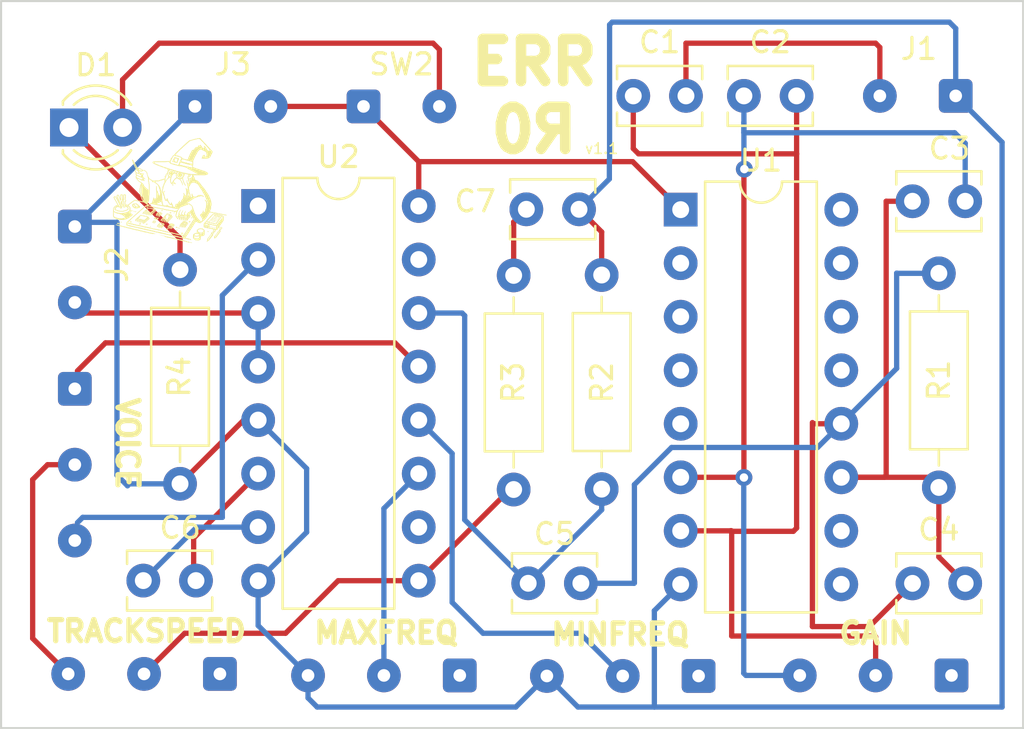
<source format=kicad_pcb>
(kicad_pcb (version 20211014) (generator pcbnew)
  (layers (0 "F.Cu" signal) (31 "B.Cu" signal) (34 "B.Paste" user) (35 "F.Paste" user) (36 "B.SilkS" user "B.Silkscreen") (37 "F.SilkS" user "F.Silkscreen") (38 "B.Mask" user) (39 "F.Mask" user) (44 "Edge.Cuts" user))
  (net 0 "")
  (net 1 "Net-(C2-Pad1)")
  (net 2 "Net-(C3-Pad1)")
  (net 3 "Net-(C4-Pad1)")
  (net 4 "Net-(C5-Pad2)")
  (net 5 "Net-(C6-Pad1)")
  (net 6 "Net-(C7-Pad1)")
  (net 7 "GND")
  (net 8 "Net-(C7-Pad2)")
  (net 10 "Net-(MAXFREQ1-Pad2)")
  (net 12 "Net-(SW1-Pad1)")
  (net 13 "Net-(SW1-Pad2)")
  (net 14 "Net-(SW1-Pad3)")
  (net 19 "+9V")
  (net 21 "Net-(C1-Pad2)")
  (net 22 "Net-(D1-Pad1)")
  (net 23 "/PWR")
  (net 24 "Net-(C1-Pad1)")
  (net 25 "Net-(MINFREQ1-Pad2)")
  (net 26 "Net-(R2-Pad1)")
  (net 27 "Net-(J2-PadT)")
  (footprint "Connector_Wire:SolderWire-0.1sqmm_1x03_P3.6mm_D0.4mm_OD1mm" (layer "F.Cu") (at 86.5 56.9 -90)
    (fp_text reference "SW1" hide)
    (fp_text value "VOICE" hide)
    (pad "1" thru_hole roundrect (at 0 0 270) (size 1.6 1.6) (drill 0.6) (layers *.Cu *.Mask) (roundrect_rratio 0.15625) (net 12 "Net-(SW1-Pad1)"))
    (pad "2" thru_hole circle (at 3.6 0 270) (size 1.6 1.6) (drill 0.6) (layers *.Cu *.Mask) (net 13 "Net-(SW1-Pad2)"))
    (pad "3" thru_hole circle (at 7.2 0 270) (size 1.6 1.6) (drill 0.6) (layers *.Cu *.Mask) (net 14 "Net-(SW1-Pad3)"))
  )
  (footprint "Capacitor_THT:C_Disc_D3.8mm_W2.6mm_P2.50mm" (layer "F.Cu") (at 110.425854 48.381619 180)
    (fp_text reference "C7" (at 4.925854 0.381619) (layer "F.SilkS"))
    (fp_text value "0.1uf")
    (pad "1" thru_hole circle (at 0 0 180) (size 1.6 1.6) (drill 0.8) (layers *.Cu *.Mask) (net 6 "Net-(C7-Pad1)"))
    (pad "2" thru_hole circle (at 2.5 0 180) (size 1.6 1.6) (drill 0.8) (layers *.Cu *.Mask) (net 8 "Net-(C7-Pad2)"))
  )
  (footprint "Resistor_THT:R_Axial_DIN0207_L6.3mm_D2.5mm_P10.16mm_Horizontal" (layer "F.Cu") (at 91.492552 51.247901 -90)
    (fp_text reference "R4" (at 5.08 0.035533 90) (layer "F.SilkS"))
    (fp_text value "1k")
    (pad "1" thru_hole circle (at 0 0 270) (size 1.6 1.6) (drill 0.8) (layers *.Cu *.Mask) (net 22 "Net-(D1-Pad1)"))
    (pad "2" thru_hole oval (at 10.16 0 270) (size 1.6 1.6) (drill 0.8) (layers *.Cu *.Mask) (net 7 "GND"))
  )
  (footprint "Capacitor_THT:C_Disc_D3.8mm_W2.6mm_P2.50mm" (layer "F.Cu") (at 108.013227 66.127946)
    (fp_text reference "C5" (at 1.25 -2.344113) (layer "F.SilkS"))
    (fp_text value "0.1uf")
    (pad "1" thru_hole circle (at 0 0) (size 1.6 1.6) (drill 0.8) (layers *.Cu *.Mask) (net 7 "GND"))
    (pad "2" thru_hole circle (at 2.5 0) (size 1.6 1.6) (drill 0.8) (layers *.Cu *.Mask) (net 4 "Net-(C5-Pad2)"))
  )
  (footprint "Connector_Wire:SolderWire-0.1sqmm_1x02_P3.6mm_D0.4mm_OD1mm" (layer "F.Cu") (at 128.3 43 180)
    (fp_text reference "J1" (at 1.745279 2.230464) (layer "F.SilkS"))
    (fp_text value "AUDIO IN")
    (pad "S" thru_hole roundrect (at 0 0 180) (size 1.6 1.6) (drill 0.6) (layers *.Cu *.Mask) (roundrect_rratio 0.15625) (net 7 "GND"))
    (pad "T" thru_hole circle (at 3.6 0 180) (size 1.6 1.6) (drill 0.6) (layers *.Cu *.Mask) (net 21 "Net-(C1-Pad2)"))
  )
  (footprint "Capacitor_THT:C_Disc_D3.8mm_W2.6mm_P2.50mm" (layer "F.Cu") (at 89.75 66)
    (fp_text reference "C6" (at 1.75 -2.5) (layer "F.SilkS"))
    (fp_text value "0.1uf")
    (pad "1" thru_hole circle (at 0 0) (size 1.6 1.6) (drill 0.8) (layers *.Cu *.Mask) (net 5 "Net-(C6-Pad1)"))
    (pad "2" thru_hole circle (at 2.5 0) (size 1.6 1.6) (drill 0.8) (layers *.Cu *.Mask) (net 3 "Net-(C4-Pad1)"))
  )
  (footprint "Capacitor_THT:C_Disc_D3.8mm_W2.6mm_P2.50mm" (layer "F.Cu") (at 126.25 66.131476)
    (fp_text reference "C4" (at 1.25 -2.55) (layer "F.SilkS"))
    (fp_text value "47pf")
    (pad "1" thru_hole circle (at 0 0) (size 1.6 1.6) (drill 0.8) (layers *.Cu *.Mask) (net 3 "Net-(C4-Pad1)"))
    (pad "2" thru_hole circle (at 2.5 0) (size 1.6 1.6) (drill 0.8) (layers *.Cu *.Mask) (net 2 "Net-(C3-Pad1)"))
  )
  (footprint "Connector_Wire:SolderWire-0.1sqmm_1x03_P3.6mm_D0.4mm_OD1mm" (layer "F.Cu") (at 93.385216 70.427824 180)
    (fp_text reference "TRKSPD1" hide)
    (fp_text value "1M")
    (pad "1" thru_hole roundrect (at 0 0 180) (size 1.6 1.6) (drill 0.6) (layers *.Cu *.Mask) (roundrect_rratio 0.15625))
    (pad "2" thru_hole circle (at 3.6 0 180) (size 1.6 1.6) (drill 0.6) (layers *.Cu *.Mask) (net 26 "Net-(R2-Pad1)"))
    (pad "3" thru_hole circle (at 7.2 0 180) (size 1.6 1.6) (drill 0.6) (layers *.Cu *.Mask) (net 13 "Net-(SW1-Pad2)"))
  )
  (footprint "Capacitor_THT:C_Disc_D3.8mm_W2.6mm_P2.50mm" (layer "F.Cu") (at 113 43)
    (fp_text reference "C1" (at 1.25 -2.55) (layer "F.SilkS"))
    (fp_text value "0.1uf")
    (pad "1" thru_hole circle (at 0 0) (size 1.6 1.6) (drill 0.8) (layers *.Cu *.Mask) (net 24 "Net-(C1-Pad1)"))
    (pad "2" thru_hole circle (at 2.5 0) (size 1.6 1.6) (drill 0.8) (layers *.Cu *.Mask) (net 21 "Net-(C1-Pad2)"))
  )
  (footprint "Package_DIP:DIP-16_W7.62mm" (layer "F.Cu") (at 115.249523 48.398835)
    (fp_text reference "U1" (at 3.81 -2.33) (layer "F.SilkS"))
    (fp_text value "4049")
    (pad "1" thru_hole rect (at 0 0) (size 1.6 1.6) (drill 0.8) (layers *.Cu *.Mask) (net 7 "GND"))
    (pad "2" thru_hole oval (at 0 2.54) (size 1.6 1.6) (drill 0.8) (layers *.Cu *.Mask))
    (pad "3" thru_hole oval (at 0 5.08) (size 1.6 1.6) (drill 0.8) (layers *.Cu *.Mask))
    (pad "4" thru_hole oval (at 0 7.62) (size 1.6 1.6) (drill 0.8) (layers *.Cu *.Mask))
    (pad "5" thru_hole oval (at 0 10.16) (size 1.6 1.6) (drill 0.8) (layers *.Cu *.Mask))
    (pad "6" thru_hole oval (at 0 12.7) (size 1.6 1.6) (drill 0.8) (layers *.Cu *.Mask) (net 1 "Net-(C2-Pad1)"))
    (pad "7" thru_hole oval (at 0 15.24) (size 1.6 1.6) (drill 0.8) (layers *.Cu *.Mask) (net 24 "Net-(C1-Pad1)"))
    (pad "8" thru_hole oval (at 0 17.78) (size 1.6 1.6) (drill 0.8) (layers *.Cu *.Mask) (net 19 "+9V"))
    (pad "9" thru_hole oval (at 7.62 17.78) (size 1.6 1.6) (drill 0.8) (layers *.Cu *.Mask))
    (pad "10" thru_hole oval (at 7.62 15.24) (size 1.6 1.6) (drill 0.8) (layers *.Cu *.Mask))
    (pad "11" thru_hole oval (at 7.62 12.7) (size 1.6 1.6) (drill 0.8) (layers *.Cu *.Mask) (net 2 "Net-(C3-Pad1)"))
    (pad "12" thru_hole oval (at 7.62 10.16) (size 1.6 1.6) (drill 0.8) (layers *.Cu *.Mask) (net 3 "Net-(C4-Pad1)"))
    (pad "13" thru_hole oval (at 7.62 7.62) (size 1.6 1.6) (drill 0.8) (layers *.Cu *.Mask))
    (pad "14" thru_hole oval (at 7.62 5.08) (size 1.6 1.6) (drill 0.8) (layers *.Cu *.Mask))
    (pad "15" thru_hole oval (at 7.62 2.54) (size 1.6 1.6) (drill 0.8) (layers *.Cu *.Mask))
    (pad "16" thru_hole oval (at 7.62 0) (size 1.6 1.6) (drill 0.8) (layers *.Cu *.Mask))
  )
  (footprint "Connector_Wire:SolderWire-0.1sqmm_1x02_P3.6mm_D0.4mm_OD1mm" (layer "F.Cu") (at 92.2 43.5)
    (fp_text reference "J3" (at 1.8 -2) (layer "F.SilkS"))
    (fp_text value "DC IN")
    (pad "1" thru_hole roundrect (at 0 0) (size 1.6 1.6) (drill 0.6) (layers *.Cu *.Mask) (roundrect_rratio 0.15625) (net 7 "GND"))
    (pad "2" thru_hole circle (at 3.6 0) (size 1.6 1.6) (drill 0.6) (layers *.Cu *.Mask) (net 19 "+9V"))
  )
  (footprint "Connector_Wire:SolderWire-0.1sqmm_1x02_P3.6mm_D0.4mm_OD1mm" (layer "F.Cu") (at 100.2 43.5)
    (fp_text reference "SW2" (at 1.8 -2) (layer "F.SilkS"))
    (fp_text value "ON/OFF")
    (pad "1" thru_hole roundrect (at 0 0) (size 1.6 1.6) (drill 0.6) (layers *.Cu *.Mask) (roundrect_rratio 0.15625) (net 19 "+9V"))
    (pad "2" thru_hole circle (at 3.6 0) (size 1.6 1.6) (drill 0.6) (layers *.Cu *.Mask) (net 23 "/PWR"))
  )
  (footprint "Connector_Wire:SolderWire-0.1sqmm_1x03_P3.6mm_D0.4mm_OD1mm" (layer "F.Cu") (at 128.1 70.5 180)
    (fp_text reference "GAIN1" hide)
    (fp_text value "1M")
    (pad "1" thru_hole roundrect (at 0 0 180) (size 1.6 1.6) (drill 0.6) (layers *.Cu *.Mask) (roundrect_rratio 0.15625))
    (pad "2" thru_hole circle (at 3.6 0 180) (size 1.6 1.6) (drill 0.6) (layers *.Cu *.Mask) (net 24 "Net-(C1-Pad1)"))
    (pad "3" thru_hole circle (at 7.2 0 180) (size 1.6 1.6) (drill 0.6) (layers *.Cu *.Mask) (net 1 "Net-(C2-Pad1)"))
  )
  (footprint "Connector_Wire:SolderWire-0.1sqmm_1x03_P3.6mm_D0.4mm_OD1mm" (layer "F.Cu") (at 104.76671 70.5 180)
    (fp_text reference "MAXFREQ1" hide)
    (fp_text value "1M")
    (pad "1" thru_hole roundrect (at 0 0 180) (size 1.6 1.6) (drill 0.6) (layers *.Cu *.Mask) (roundrect_rratio 0.15625))
    (pad "2" thru_hole circle (at 3.6 0 180) (size 1.6 1.6) (drill 0.6) (layers *.Cu *.Mask) (net 10 "Net-(MAXFREQ1-Pad2)"))
    (pad "3" thru_hole circle (at 7.2 0 180) (size 1.6 1.6) (drill 0.6) (layers *.Cu *.Mask) (net 7 "GND"))
  )
  (footprint "Capacitor_THT:C_Disc_D3.8mm_W2.6mm_P2.50mm" (layer "F.Cu") (at 118.25 43)
    (fp_text reference "C2" (at 1.25 -2.55) (layer "F.SilkS"))
    (fp_text value "47pf")
    (pad "1" thru_hole circle (at 0 0) (size 1.6 1.6) (drill 0.8) (layers *.Cu *.Mask) (net 1 "Net-(C2-Pad1)"))
    (pad "2" thru_hole circle (at 2.5 0) (size 1.6 1.6) (drill 0.8) (layers *.Cu *.Mask) (net 24 "Net-(C1-Pad1)"))
  )
  (footprint "Resistor_THT:R_Axial_DIN0207_L6.3mm_D2.5mm_P10.16mm_Horizontal" (layer "F.Cu") (at 111.5 51.5 -90)
    (fp_text reference "R2" (at 5.101634 -0.010817 90) (layer "F.SilkS"))
    (fp_text value "100K")
    (pad "1" thru_hole circle (at 0 0 270) (size 1.6 1.6) (drill 0.8) (layers *.Cu *.Mask) (net 26 "Net-(R2-Pad1)"))
    (pad "2" thru_hole oval (at 10.16 0 270) (size 1.6 1.6) (drill 0.8) (layers *.Cu *.Mask) (net 4 "Net-(C5-Pad2)"))
  )
  (footprint "images:wizard_small" (layer "F.Cu") (at 91 47.5)
    (fp_text reference "G***" hide)
    (fp_text value "LOGO" hide)
  )
  (footprint "Connector_Wire:SolderWire-0.1sqmm_1x02_P3.6mm_D0.4mm_OD1mm" (layer "F.Cu") (at 86.5 49.2 -90)
    (fp_text reference "J2" (at 1.8 -2 90) (layer "F.SilkS"))
    (fp_text value "Audio Out")
    (pad "S" thru_hole roundrect (at 0 0 270) (size 1.6 1.6) (drill 0.6) (layers *.Cu *.Mask) (roundrect_rratio 0.15625) (net 7 "GND"))
    (pad "T" thru_hole circle (at 3.6 0 270) (size 1.6 1.6) (drill 0.6) (layers *.Cu *.Mask) (net 27 "Net-(J2-PadT)"))
  )
  (footprint "Resistor_THT:R_Axial_DIN0207_L6.3mm_D2.5mm_P10.16mm_Horizontal" (layer "F.Cu") (at 127.5 51.42 -90)
    (fp_text reference "R1" (at 5.08 0.002177 90) (layer "F.SilkS"))
    (fp_text value "100K")
    (pad "1" thru_hole circle (at 0 0 270) (size 1.6 1.6) (drill 0.8) (layers *.Cu *.Mask) (net 3 "Net-(C4-Pad1)"))
    (pad "2" thru_hole oval (at 10.16 0 270) (size 1.6 1.6) (drill 0.8) (layers *.Cu *.Mask) (net 2 "Net-(C3-Pad1)"))
  )
  (footprint "Package_DIP:DIP-16_W7.62mm" (layer "F.Cu") (at 95.2 48.224469)
    (fp_text reference "U2" (at 3.81 -2.33) (layer "F.SilkS"))
    (fp_text value "4046")
    (pad "1" thru_hole rect (at 0 0) (size 1.6 1.6) (drill 0.8) (layers *.Cu *.Mask))
    (pad "2" thru_hole oval (at 0 2.54) (size 1.6 1.6) (drill 0.8) (layers *.Cu *.Mask) (net 14 "Net-(SW1-Pad3)"))
    (pad "3" thru_hole oval (at 0 5.08) (size 1.6 1.6) (drill 0.8) (layers *.Cu *.Mask) (net 27 "Net-(J2-PadT)"))
    (pad "4" thru_hole oval (at 0 7.62) (size 1.6 1.6) (drill 0.8) (layers *.Cu *.Mask) (net 27 "Net-(J2-PadT)"))
    (pad "5" thru_hole oval (at 0 10.16) (size 1.6 1.6) (drill 0.8) (layers *.Cu *.Mask) (net 7 "GND"))
    (pad "6" thru_hole oval (at 0 12.7) (size 1.6 1.6) (drill 0.8) (layers *.Cu *.Mask) (net 8 "Net-(C7-Pad2)"))
    (pad "7" thru_hole oval (at 0 15.24) (size 1.6 1.6) (drill 0.8) (layers *.Cu *.Mask) (net 6 "Net-(C7-Pad1)"))
    (pad "8" thru_hole oval (at 0 17.78) (size 1.6 1.6) (drill 0.8) (layers *.Cu *.Mask) (net 7 "GND"))
    (pad "9" thru_hole oval (at 7.62 17.78) (size 1.6 1.6) (drill 0.8) (layers *.Cu *.Mask) (net 26 "Net-(R2-Pad1)"))
    (pad "10" thru_hole oval (at 7.62 15.24) (size 1.6 1.6) (drill 0.8) (layers *.Cu *.Mask))
    (pad "11" thru_hole oval (at 7.62 12.7) (size 1.6 1.6) (drill 0.8) (layers *.Cu *.Mask) (net 10 "Net-(MAXFREQ1-Pad2)"))
    (pad "12" thru_hole oval (at 7.62 10.16) (size 1.6 1.6) (drill 0.8) (layers *.Cu *.Mask) (net 25 "Net-(MINFREQ1-Pad2)"))
    (pad "13" thru_hole oval (at 7.62 7.62) (size 1.6 1.6) (drill 0.8) (layers *.Cu *.Mask) (net 12 "Net-(SW1-Pad1)"))
    (pad "14" thru_hole oval (at 7.62 5.08) (size 1.6 1.6) (drill 0.8) (layers *.Cu *.Mask) (net 5 "Net-(C6-Pad1)"))
    (pad "15" thru_hole oval (at 7.62 2.54) (size 1.6 1.6) (drill 0.8) (layers *.Cu *.Mask))
    (pad "16" thru_hole oval (at 7.62 0) (size 1.6 1.6) (drill 0.8) (layers *.Cu *.Mask) (net 19 "+9V"))
  )
  (footprint "Capacitor_THT:C_Disc_D3.8mm_W2.6mm_P2.50mm" (layer "F.Cu") (at 126.25 48)
    (fp_text reference "C3" (at 1.75 -2.5) (layer "F.SilkS"))
    (fp_text value "0.1uf")
    (pad "1" thru_hole circle (at 0 0) (size 1.6 1.6) (drill 0.8) (layers *.Cu *.Mask) (net 2 "Net-(C3-Pad1)"))
    (pad "2" thru_hole circle (at 2.5 0) (size 1.6 1.6) (drill 0.8) (layers *.Cu *.Mask) (net 1 "Net-(C2-Pad1)"))
  )
  (footprint "LED_THT:LED_D3.0mm" (layer "F.Cu") (at 86.225 44.5)
    (fp_text reference "D1" (at 1.27 -2.96) (layer "F.SilkS"))
    (fp_text value "LED")
    (pad "1" thru_hole rect (at 0 0) (size 1.8 1.8) (drill 0.9) (layers *.Cu *.Mask) (net 22 "Net-(D1-Pad1)"))
    (pad "2" thru_hole circle (at 2.54 0) (size 1.8 1.8) (drill 0.9) (layers *.Cu *.Mask) (net 23 "/PWR"))
  )
  (footprint "Connector_Wire:SolderWire-0.1sqmm_1x03_P3.6mm_D0.4mm_OD1mm" (layer "F.Cu") (at 116.099485 70.525378 180)
    (fp_text reference "MINFREQ1" hide)
    (fp_text value "1M")
    (pad "1" thru_hole roundrect (at 0 0 180) (size 1.6 1.6) (drill 0.6) (layers *.Cu *.Mask) (roundrect_rratio 0.15625))
    (pad "2" thru_hole circle (at 3.6 0 180) (size 1.6 1.6) (drill 0.6) (layers *.Cu *.Mask) (net 25 "Net-(MINFREQ1-Pad2)"))
    (pad "3" thru_hole circle (at 7.2 0 180) (size 1.6 1.6) (drill 0.6) (layers *.Cu *.Mask) (net 7 "GND"))
  )
  (footprint "Resistor_THT:R_Axial_DIN0207_L6.3mm_D2.5mm_P10.16mm_Horizontal" (layer "F.Cu") (at 107.324339 61.678326 90)
    (fp_text reference "R3" (at 5.08 -0.027692 90) (layer "F.SilkS"))
    (fp_text value "100K")
    (pad "1" thru_hole circle (at 0 0 90) (size 1.6 1.6) (drill 0.8) (layers *.Cu *.Mask) (net 7 "GND"))
    (pad "2" thru_hole oval (at 10.16 0 90) (size 1.6 1.6) (drill 0.8) (layers *.Cu *.Mask) (net 5 "Net-(C6-Pad1)"))
  )
  (gr_rect (start 83 38.5) (end 131.5 73) (layer "Edge.Cuts") (width 0.1) (fill none))
  (gr_text "VOICE" (at 89 59.5 270) (layer "F.SilkS") (effects (font (size 1 1) (thickness 0.25))))
  (gr_text "ERR\n0Я" (at 108.292454 43.008884) (layer "F.SilkS") (effects (font (size 2 2) (thickness 0.5))))
  (gr_text "v1.1" (at 111.5 45.5) (layer "F.SilkS") (effects (font (size 0.5 0.5) (thickness 0.075))))
  (gr_text "MAXFREQ" (at 101.277386 68.479998) (layer "F.SilkS") (effects (font (size 1 1) (thickness 0.25))))
  (gr_text "MINFREQ" (at 112.386053 68.559216) (layer "F.SilkS") (effects (font (size 1 1) (thickness 0.25))))
  (gr_text "GAIN" (at 124.5 68.5) (layer "F.SilkS") (effects (font (size 1 1) (thickness 0.25))))
  (gr_text "TRACKSPEED\n" (at 89.902085 68.402085) (layer "F.SilkS") (effects (font (size 1 1) (thickness 0.25))))
  (segment (start 115.249523 61.098835) (end 118.23932 61.098835) (width 0.25) (layer "F.Cu") (net 1))
  (segment (start 118.25 46.493602) (end 118.269102 46.4745) (width 0.25) (layer "F.Cu") (net 1))
  (segment (start 118.25 61.109515) (end 118.25 46.493602) (width 0.25) (layer "F.Cu") (net 1))
  (segment (start 118.23932 61.098835) (end 118.25 61.109515) (width 0.25) (layer "F.Cu") (net 1))
  (via (at 118.25 61.109515) (size 0.8) (drill 0.4) (layers "F.Cu" "B.Cu") (net 1))
  (via (at 118.269102 46.4745) (size 0.8) (drill 0.4) (layers "F.Cu" "B.Cu") (net 1))
  (segment (start 128.25 44.75) (end 118.25 44.75) (width 0.25) (layer "B.Cu") (net 1))
  (segment (start 118.25 43) (end 118.25 44.25) (width 0.25) (layer "B.Cu") (net 1))
  (segment (start 118.241985 61.11753) (end 118.241985 70.39658) (width 0.25) (layer "B.Cu") (net 1))
  (segment (start 118.25 46.455398) (end 118.25 44.25) (width 0.25) (layer "B.Cu") (net 1))
  (segment (start 118.269102 46.4745) (end 118.25 46.455398) (width 0.25) (layer "B.Cu") (net 1))
  (segment (start 128.75 48) (end 128.75 45.25) (width 0.25) (layer "B.Cu") (net 1))
  (segment (start 128.75 45.25) (end 128.25 44.75) (width 0.25) (layer "B.Cu") (net 1))
  (segment (start 118.345405 70.5) (end 120.9 70.5) (width 0.25) (layer "B.Cu") (net 1))
  (segment (start 118.25 44.25) (end 118.25 44.75) (width 0.25) (layer "B.Cu") (net 1))
  (segment (start 118.241985 70.39658) (end 118.345405 70.5) (width 0.25) (layer "B.Cu") (net 1))
  (segment (start 124.901165 61.098835) (end 122.869523 61.098835) (width 0.25) (layer "F.Cu") (net 2))
  (segment (start 127.5 64.881476) (end 128.75 66.131476) (width 0.25) (layer "F.Cu") (net 2))
  (segment (start 126.25 48) (end 125 48) (width 0.25) (layer "F.Cu") (net 2))
  (segment (start 127.018835 61.098835) (end 127.5 61.58) (width 0.25) (layer "F.Cu") (net 2))
  (segment (start 125 48) (end 125 61) (width 0.25) (layer "F.Cu") (net 2))
  (segment (start 125 61) (end 124.901165 61.098835) (width 0.25) (layer "F.Cu") (net 2))
  (segment (start 127.5 61.58) (end 127.5 64.881476) (width 0.25) (layer "F.Cu") (net 2))
  (segment (start 122.869523 61.098835) (end 127.018835 61.098835) (width 0.25) (layer "F.Cu") (net 2))
  (segment (start 124.200669 68.180807) (end 121.5 68.180807) (width 0.25) (layer "F.Cu") (net 3))
  (segment (start 121.558835 58.558835) (end 122.869523 58.558835) (width 0.25) (layer "F.Cu") (net 3))
  (segment (start 121.5 68.180807) (end 121.5 58.5) (width 0.25) (layer "F.Cu") (net 3))
  (segment (start 126.25 66.131476) (end 124.200669 68.180807) (width 0.25) (layer "F.Cu") (net 3))
  (segment (start 125.497204 55.931154) (end 125.497204 51.412829) (width 0.25) (layer "B.Cu") (net 3))
  (segment (start 125.497204 51.412829) (end 125.504375 51.42) (width 0.25) (layer "B.Cu") (net 3))
  (segment (start 122.869523 58.558835) (end 125.497204 55.931154) (width 0.25) (layer "B.Cu") (net 3))
  (segment (start 113.036628 66.127946) (end 110.513227 66.127946) (width 0.25) (layer "B.Cu") (net 3))
  (segment (start 121.745012 59.683346) (end 114.816654 59.683346) (width 0.25) (layer "B.Cu") (net 3))
  (segment (start 125.504375 51.42) (end 127.5 51.42) (width 0.25) (layer "B.Cu") (net 3))
  (segment (start 113.053723 66.110851) (end 113.036628 66.127946) (width 0.25) (layer "B.Cu") (net 3))
  (segment (start 114.816654 59.683346) (end 113.053723 61.446277) (width 0.25) (layer "B.Cu") (net 3))
  (segment (start 113.053723 61.446277) (end 113.053723 66.110851) (width 0.25) (layer "B.Cu") (net 3))
  (segment (start 122.869523 58.558835) (end 121.745012 59.683346) (width 0.25) (layer "B.Cu") (net 3))
  (segment (start 105 63.114719) (end 105 53.427527) (width 0.25) (layer "B.Cu") (net 5))
  (segment (start 108.013227 66.127946) (end 105 63.114719) (width 0.25) (layer "B.Cu") (net 5))
  (segment (start 108.013227 66.127946) (end 111.5 62.641173) (width 0.25) (layer "B.Cu") (net 5))
  (segment (start 111.5 62.641173) (end 111.5 61.66) (width 0.25) (layer "B.Cu") (net 5))
  (segment (start 105 53.427527) (end 104.876942 53.304469) (width 0.25) (layer "B.Cu") (net 5))
  (segment (start 104.876942 53.304469) (end 102.82 53.304469) (width 0.25) (layer "B.Cu") (net 5))
  (segment (start 95.2 63.464469) (end 92.285531 63.464469) (width 0.25) (layer "B.Cu") (net 6))
  (segment (start 92.285531 63.464469) (end 89.75 66) (width 0.25) (layer "B.Cu") (net 6))
  (segment (start 94.515984 58.384469) (end 95.2 58.384469) (width 0.25) (layer "F.Cu") (net 7))
  (segment (start 111.5 51.5) (end 111.5 49.455765) (width 0.25) (layer "F.Cu") (net 7))
  (segment (start 111.5 49.455765) (end 110.425854 48.381619) (width 0.25) (layer "F.Cu") (net 7))
  (segment (start 91.492552 61.407901) (end 94.515984 58.384469) (width 0.25) (layer "F.Cu") (net 7))
  (segment (start 89.092099 61.407901) (end 89 61.5) (width 0.25) (layer "B.Cu") (net 7))
  (segment (start 88.5 49) (end 86.7 49) (width 0.25) (layer "B.Cu") (net 7))
  (segment (start 95.2 66.004469) (end 95.2 68.13329) (width 0.25) (layer "B.Cu") (net 7))
  (segment (start 130.5 45.2) (end 128.3 43) (width 0.25) (layer "B.Cu") (net 7))
  (segment (start 98 72) (end 107.424863 72) (width 0.25) (layer "B.Cu") (net 7))
  (segment (start 115.249523 66.178835) (end 114 67.428358) (width 0.25) (layer "B.Cu") (net 7))
  (segment (start 86.7 49) (end 86.5 49.2) (width 0.25) (layer "B.Cu") (net 7))
  (segment (start 97.56671 71.56671) (end 98 72) (width 0.25) (layer "B.Cu") (net 7))
  (segment (start 128.3 39.8) (end 128 39.5) (width 0.25) (layer "B.Cu") (net 7))
  (segment (start 88.5 61) (end 88.5 49) (width 0.25) (layer "B.Cu") (net 7))
  (segment (start 107.424863 72) (end 108.899485 70.525378) (width 0.25) (layer "B.Cu") (net 7))
  (segment (start 92.2 43.5) (end 86.5 49.2) (width 0.25) (layer "B.Cu") (net 7))
  (segment (start 108.899485 70.525378) (end 110.374107 72) (width 0.25) (layer "B.Cu") (net 7))
  (segment (start 111.865172 46.082686) (end 111.865172 46.942301) (width 0.25) (layer "B.Cu") (net 7))
  (segment (start 97.5 60.684469) (end 95.2 58.384469) (width 0.25) (layer "B.Cu") (net 7))
  (segment (start 114 67.428358) (end 114 72) (width 0.25) (layer "B.Cu") (net 7))
  (segment (start 128 39.5) (end 112 39.5) (width 0.25) (layer "B.Cu") (net 7))
  (segment (start 95.2 66.004469) (end 97.5 63.704469) (width 0.25) (layer "B.Cu") (net 7))
  (segment (start 89 61.5) (end 88.5 61) (width 0.25) (layer "B.Cu") (net 7))
  (segment (start 130.5 72) (end 130.5 45.2) (width 0.25) (layer "B.Cu") (net 7))
  (segment (start 91.492552 61.407901) (end 89.092099 61.407901) (width 0.25) (layer "B.Cu") (net 7))
  (segment (start 111.865172 46.942301) (end 110.425854 48.381619) (width 0.25) (layer "B.Cu") (net 7))
  (segment (start 111.875489 46.072369) (end 111.865172 46.082686) (width 0.25) (layer "B.Cu") (net 7))
  (segment (start 114 72) (end 130.5 72) (width 0.25) (layer "B.Cu") (net 7))
  (segment (start 112 39.5) (end 111.875489 39.624511) (width 0.25) (layer "B.Cu") (net 7))
  (segment (start 110.374107 72) (end 114 72) (width 0.25) (layer "B.Cu") (net 7))
  (segment (start 111.875489 39.624511) (end 111.875489 46.072369) (width 0.25) (layer "B.Cu") (net 7))
  (segment (start 128.3 43) (end 128.3 39.8) (width 0.25) (layer "B.Cu") (net 7))
  (segment (start 95.2 68.13329) (end 97.56671 70.5) (width 0.25) (layer "B.Cu") (net 7))
  (segment (start 97.56671 70.5) (end 97.56671 71.56671) (width 0.25) (layer "B.Cu") (net 7))
  (segment (start 97.5 63.704469) (end 97.5 60.684469) (width 0.25) (layer "B.Cu") (net 7))
  (segment (start 107.324339 51.518326) (end 107.324339 48.983134) (width 0.25) (layer "F.Cu") (net 8))
  (segment (start 107.324339 48.983134) (end 107.925854 48.381619) (width 0.25) (layer "F.Cu") (net 8))
  (segment (start 92.139375 63.985094) (end 92.139375 65.889376) (width 0.25) (layer "F.Cu") (net 8))
  (segment (start 95.2 60.924469) (end 92.139375 63.985094) (width 0.25) (layer "F.Cu") (net 8))
  (segment (start 102.82 60.924469) (end 101.16671 62.577759) (width 0.25) (layer "B.Cu") (net 10))
  (segment (start 101.16671 62.577759) (end 101.16671 70.5) (width 0.25) (layer "B.Cu") (net 10))
  (segment (start 101.695489 54.719958) (end 87.955173 54.719958) (width 0.25) (layer "F.Cu") (net 12))
  (segment (start 102.82 55.844469) (end 101.695489 54.719958) (width 0.25) (layer "F.Cu") (net 12))
  (segment (start 87.955173 54.719958) (end 86.623305 56.051826) (width 0.25) (layer "F.Cu") (net 12))
  (segment (start 84.5 68.742608) (end 86.185216 70.427824) (width 0.25) (layer "F.Cu") (net 13))
  (segment (start 85.208172 60.5) (end 84.5 61.208172) (width 0.25) (layer "F.Cu") (net 13))
  (segment (start 86.5 60.5) (end 85.208172 60.5) (width 0.25) (layer "F.Cu") (net 13))
  (segment (start 84.5 61.208172) (end 84.5 68.742608) (width 0.25) (layer "F.Cu") (net 13))
  (segment (start 86.875131 63) (end 86.623305 63.251826) (width 0.25) (layer "B.Cu") (net 14))
  (segment (start 93.5 52.464469) (end 93.5 63) (width 0.25) (layer "B.Cu") (net 14))
  (segment (start 95.2 50.764469) (end 93.5 52.464469) (width 0.25) (layer "B.Cu") (net 14))
  (segment (start 93.5 63) (end 86.875131 63) (width 0.25) (layer "B.Cu") (net 14))
  (segment (start 112.970688 46.12) (end 102.82 46.12) (width 0.25) (layer "F.Cu") (net 19))
  (segment (start 100.2 43.5) (end 95.8 43.5) (width 0.25) (layer "F.Cu") (net 19))
  (segment (start 102.82 46.12) (end 100.2 43.5) (width 0.25) (layer "F.Cu") (net 19))
  (segment (start 102.82 48.224469) (end 102.82 46.12) (width 0.25) (layer "F.Cu") (net 19))
  (segment (start 115.249523 48.398835) (end 112.970688 46.12) (width 0.25) (layer "F.Cu") (net 19))
  (segment (start 124.7 43) (end 124.7 40.7) (width 0.25) (layer "F.Cu") (net 21))
  (segment (start 124.5 40.5) (end 115.5 40.5) (width 0.25) (layer "F.Cu") (net 21))
  (segment (start 124.7 40.7) (end 124.5 40.5) (width 0.25) (layer "F.Cu") (net 21))
  (segment (start 115.5 40.5) (end 115.5 43) (width 0.25) (layer "F.Cu") (net 21))
  (segment (start 91.492552 49.767552) (end 86.225 44.5) (width 0.25) (layer "F.Cu") (net 22))
  (segment (start 91.492552 51.247901) (end 91.492552 49.767552) (width 0.25) (layer "F.Cu") (net 22))
  (segment (start 88.765 44.5) (end 88.765 42.235) (width 0.25) (layer "F.Cu") (net 23))
  (segment (start 103.5 40.5) (end 103.8 40.8) (width 0.25) (layer "F.Cu") (net 23))
  (segment (start 88.765 42.235) (end 90.5 40.5) (width 0.25) (layer "F.Cu") (net 23))
  (segment (start 103.8 40.8) (end 103.8 43.5) (width 0.25) (layer "F.Cu") (net 23))
  (segment (start 90.5 40.5) (end 103.5 40.5) (width 0.25) (layer "F.Cu") (net 23))
  (segment (start 124.461188 68.630327) (end 124.5 68.669139) (width 0.25) (layer "F.Cu") (net 24))
  (segment (start 120.75 45.75) (end 120.75 63.506505) (width 0.25) (layer "F.Cu") (net 24))
  (segment (start 120.75 43) (end 120.75 45.75) (width 0.25) (layer "F.Cu") (net 24))
  (segment (start 113 43) (end 113 45.5) (width 0.25) (layer "F.Cu") (net 24))
  (segment (start 117.669818 63.654964) (end 117.669818 68.630327) (width 0.25) (layer "F.Cu") (net 24))
  (segment (start 117.644942 63.630088) (end 117.669818 63.654964) (width 0.25) (layer "F.Cu") (net 24))
  (segment (start 120.75 63.506505) (end 120.594835 63.66167) (width 0.25) (layer "F.Cu") (net 24))
  (segment (start 120.594835 63.66167) (end 117.676524 63.66167) (width 0.25) (layer "F.Cu") (net 24))
  (segment (start 115.249523 63.638835) (end 117.636195 63.638835) (width 0.25) (layer "F.Cu") (net 24))
  (segment (start 117.636195 63.638835) (end 117.644942 63.630088) (width 0.25) (layer "F.Cu") (net 24))
  (segment (start 124.5 68.669139) (end 124.5 70.5) (width 0.25) (layer "F.Cu") (net 24))
  (segment (start 117.676524 63.66167) (end 117.669818 63.654964) (width 0.25) (layer "F.Cu") (net 24))
  (segment (start 117.669818 68.630327) (end 124.461188 68.630327) (width 0.25) (layer "F.Cu") (net 24))
  (segment (start 113.25 45.75) (end 120.75 45.75) (width 0.25) (layer "F.Cu") (net 24))
  (segment (start 113 45.5) (end 113.25 45.75) (width 0.25) (layer "F.Cu") (net 24))
  (segment (start 104.404482 67.033344) (end 105.871138 68.5) (width 0.25) (layer "B.Cu") (net 25))
  (segment (start 102.82 58.384469) (end 104.404482 59.968951) (width 0.25) (layer "B.Cu") (net 25))
  (segment (start 105.871138 68.5) (end 110.474107 68.5) (width 0.25) (layer "B.Cu") (net 25))
  (segment (start 110.474107 68.5) (end 112.499485 70.525378) (width 0.25) (layer "B.Cu") (net 25))
  (segment (start 104.404482 59.968951) (end 104.404482 67.033344) (width 0.25) (layer "B.Cu") (net 25))
  (segment (start 91.71304 68.5) (end 89.785216 70.427824) (width 0.25) (layer "F.Cu") (net 26))
  (segment (start 102.82 66.004469) (end 107.146143 61.678326) (width 0.25) (layer "F.Cu") (net 26))
  (segment (start 98.995531 66.004469) (end 96.5 68.5) (width 0.25) (layer "F.Cu") (net 26))
  (segment (start 102.82 66.004469) (end 98.995531 66.004469) (width 0.25) (layer "F.Cu") (net 26))
  (segment (start 96.5 68.5) (end 91.71304 68.5) (width 0.25) (layer "F.Cu") (net 26))
  (segment (start 107.146143 61.678326) (end 107.324339 61.678326) (width 0.25) (layer "F.Cu") (net 26))
  (segment (start 87.004469 53.304469) (end 86.5 52.8) (width 0.25) (layer "F.Cu") (net 27))
  (segment (start 95.2 53.304469) (end 87.004469 53.304469) (width 0.25) (layer "F.Cu") (net 27))
  (segment (start 95.2 53.304469) (end 95.2 55.844469) (width 0.25) (layer "B.Cu") (net 27))
)
</source>
